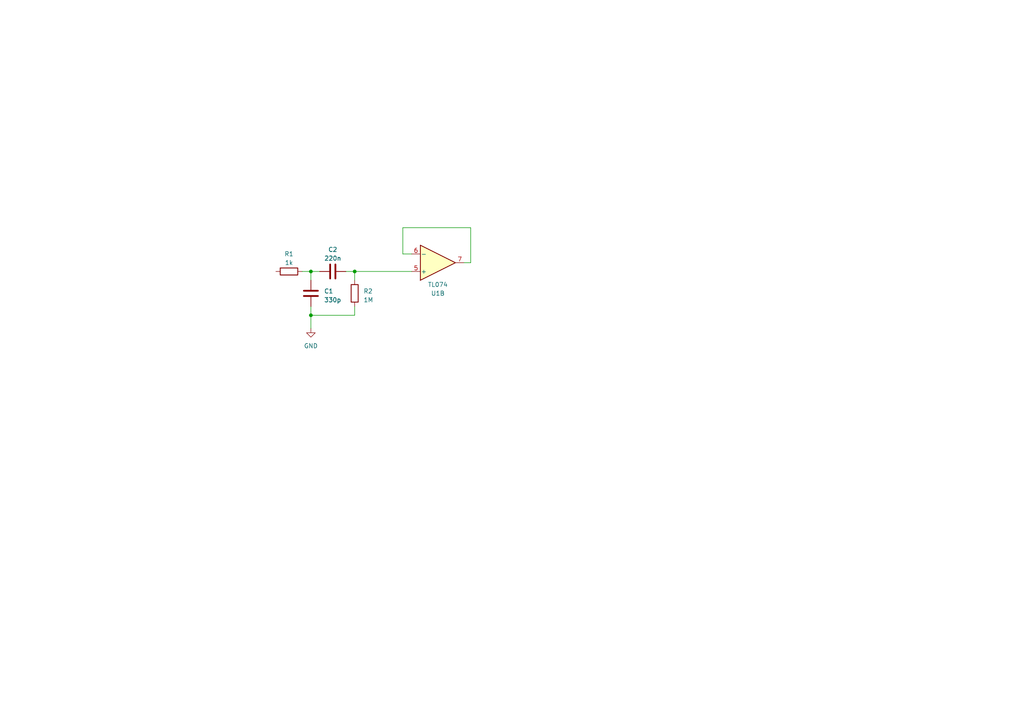
<source format=kicad_sch>
(kicad_sch (version 20230121) (generator eeschema)
  (paper "A4")
  (lib_symbols
    (symbol "Amplifier_Operational:TL074" (pin_names (offset 0.127))
      (property "Reference" "U" (at 0 5.08 0))
      (property "Value" "TL074" (at 0 -5.08 0))
      (symbol "TL074_1_1"
        (polyline (pts (xy -5.08 5.08) (xy 5.08 0) (xy -5.08 -5.08) (xy -5.08 5.08)) (stroke (width 0.254)) (fill (type background)))
        (pin output line (at 7.62 0 180) (length 2.54) (name "~") (number "1"))
        (pin input line (at -7.62 -2.54 0) (length 2.54) (name "-") (number "2"))
        (pin input line (at -7.62 2.54 0) (length 2.54) (name "+") (number "3"))
      )
      (symbol "TL074_2_1"
        (polyline (pts (xy -5.08 5.08) (xy 5.08 0) (xy -5.08 -5.08) (xy -5.08 5.08)) (stroke (width 0.254)) (fill (type background)))
        (pin input line (at -7.62 2.54 0) (length 2.54) (name "+") (number "5"))
        (pin input line (at -7.62 -2.54 0) (length 2.54) (name "-") (number "6"))
        (pin output line (at 7.62 0 180) (length 2.54) (name "~") (number "7"))
      )
      (symbol "TL074_3_1"
        (polyline (pts (xy -5.08 5.08) (xy 5.08 0) (xy -5.08 -5.08) (xy -5.08 5.08)) (stroke (width 0.254)) (fill (type background)))
        (pin input line (at -7.62 2.54 0) (length 2.54) (name "+") (number "10"))
        (pin output line (at 7.62 0 180) (length 2.54) (name "~") (number "8"))
        (pin input line (at -7.62 -2.54 0) (length 2.54) (name "-") (number "9"))
      )
      (symbol "TL074_4_1"
        (polyline (pts (xy -5.08 5.08) (xy 5.08 0) (xy -5.08 -5.08) (xy -5.08 5.08)) (stroke (width 0.254)) (fill (type background)))
        (pin input line (at -7.62 2.54 0) (length 2.54) (name "+") (number "12"))
        (pin input line (at -7.62 -2.54 0) (length 2.54) (name "-") (number "13"))
        (pin output line (at 7.62 0 180) (length 2.54) (name "~") (number "14"))
      )
      (symbol "TL074_5_1"
        (pin power_in line (at -2.54 -7.62 90) (length 3.81) (name "V-") (number "11"))
        (pin power_in line (at -2.54 7.62 270) (length 3.81) (name "V+") (number "4"))
      )
    )
    (symbol "PCM_Capacitor_AKL:C_0603" (pin_numbers hide) (pin_names (offset 0.254))
      (property "Reference" "C" (at 0.635 2.54 0))
      (property "Value" "C_0603" (at 0.635 -2.54 0))
      (symbol "C_0603_0_1"
        (polyline (pts (xy -2.032 -0.762) (xy 2.032 -0.762)) (stroke (width 0.508)))
        (polyline (pts (xy -2.032 0.762) (xy 2.032 0.762)) (stroke (width 0.508)))
      )
      (symbol "C_0603_1_1"
        (pin passive line (at 0 3.81 270) (length 2.794) (name "~") (number "1"))
        (pin passive line (at 0 -3.81 90) (length 2.794) (name "~") (number "2"))
      )
    )
    (symbol "PCM_Resistor_AKL:R_0603" (pin_numbers hide) (pin_names (offset 0))
      (property "Reference" "R" (at 2.54 1.27 0))
      (property "Value" "R_0603" (at 2.54 -1.27 0))
      (symbol "R_0603_0_1"
        (rectangle (start -1.016 -2.54) (end 1.016 2.54) (stroke (width 0.254)))
      )
      (symbol "R_0603_1_1"
        (pin passive line (at 0 3.81 270) (length 1.27) (name "~") (number "1"))
        (pin passive line (at 0 -3.81 90) (length 1.27) (name "~") (number "2"))
      )
    )
    (symbol "power:GND" (power) (pin_names (offset 0))
      (property "Value" "GND" (at 0 -3.81 0))
      (symbol "GND_0_1"
        (polyline (pts (xy 0 0) (xy 0 -1.27) (xy 1.27 -1.27) (xy 0 -2.54) (xy -1.27 -1.27) (xy 0 -1.27)))
      )
      (symbol "GND_1_1"
        (pin power_in line (at 0 0 270) (length 0) hide (name "GND") (number "1"))
      )
    )
  )
  (junction (at 102.87 78.74))
  (junction (at 90.17 78.74))
  (junction (at 90.17 91.44))
  (wire (pts (xy 116.84 66.04) (xy 136.525 66.04)))
  (wire (pts (xy 102.87 88.9) (xy 102.87 91.44)))
  (wire (pts (xy 116.84 73.66) (xy 119.38 73.66)))
  (wire (pts (xy 90.17 91.44) (xy 90.17 95.25)))
  (wire (pts (xy 134.62 76.2) (xy 136.525 76.2)))
  (wire (pts (xy 136.525 66.04) (xy 136.525 76.2)))
  (wire (pts (xy 119.38 78.74) (xy 102.87 78.74)))
  (wire (pts (xy 116.84 73.66) (xy 116.84 66.04)))
  (wire (pts (xy 90.17 91.44) (xy 102.87 91.44)))
  (wire (pts (xy 100.33 78.74) (xy 102.87 78.74)))
  (wire (pts (xy 90.17 78.74) (xy 90.17 81.28)))
  (wire (pts (xy 87.63 78.74) (xy 90.17 78.74)))
  (wire (pts (xy 90.17 78.74) (xy 92.71 78.74)))
  (wire (pts (xy 90.17 88.9) (xy 90.17 91.44)))
  (wire (pts (xy 102.87 78.74) (xy 102.87 81.28)))
  (symbol (lib_id "Amplifier_Operational:TL074") (at 127 76.2 0) (mirror x) (unit 2)
    (property "Reference" "U1" (at 127 85.09 0))
    (property "Value" "TL074" (at 127 82.55 0))
    (property "Datasheet" "http://www.ti.com/lit/ds/symlink/tl071.pdf" (effects hide))
  )
  (symbol (lib_id "PCM_Resistor_AKL:R_0603") (at 102.87 85.09 180) (unit 1)
    (property "Reference" "R2" (at 105.41 84.455 0) (effects (justify right)))
    (property "Value" "1M" (at 105.41 86.995 0) (effects (justify right)))
    (property "Footprint" "Resistor_SMD_AKL:R_0603_1608Metric" (effects hide))
  )
  (symbol (lib_id "PCM_Capacitor_AKL:C_0603") (at 96.52 78.74 90) (unit 1)
    (property "Reference" "C2" (at 96.52 72.39 90))
    (property "Value" "220n" (at 96.52 74.93 90))
    (property "Footprint" "Capacitor_SMD_AKL:C_0603_1608Metric" (effects hide))
  )
  (symbol (lib_id "PCM_Resistor_AKL:R_0603") (at 83.82 78.74 90) (unit 1)
    (property "Reference" "R1" (at 83.82 73.66 90))
    (property "Value" "1k" (at 83.82 76.2 90))
    (property "Footprint" "Resistor_SMD_AKL:R_0603_1608Metric" (effects hide))
  )
  (symbol (lib_id "PCM_Capacitor_AKL:C_0603") (at 90.17 85.09 0) (unit 1)
    (property "Reference" "C1" (at 93.98 84.455 0) (effects (justify left)))
    (property "Value" "330p" (at 93.98 86.995 0) (effects (justify left)))
    (property "Footprint" "Capacitor_SMD_AKL:C_0603_1608Metric" (effects hide))
  )
  (symbol (lib_id "power:GND") (at 90.17 95.25 0) (unit 1)
    (property "Reference" "#PWR01" (effects hide))
    (property "Value" "GND" (at 90.17 100.33 0))
  )
)
</source>
